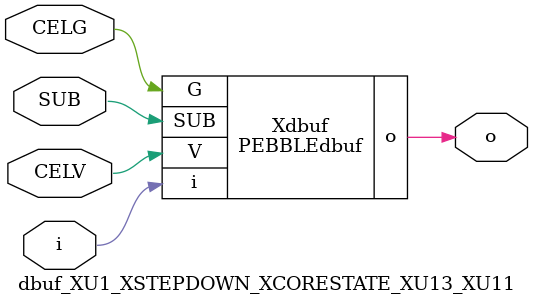
<source format=v>



module PEBBLEdbuf ( o, G, SUB, V, i );

  input V;
  input i;
  input G;
  output o;
  input SUB;
endmodule

//Celera Confidential Do Not Copy dbuf_XU1_XSTEPDOWN_XCORESTATE_XU13_XU11
//Celera Confidential Symbol Generator
//Digital Buffer
module dbuf_XU1_XSTEPDOWN_XCORESTATE_XU13_XU11 (CELV,CELG,i,o,SUB);
input CELV;
input CELG;
input i;
input SUB;
output o;

//Celera Confidential Do Not Copy dbuf
PEBBLEdbuf Xdbuf(
.V (CELV),
.i (i),
.o (o),
.SUB (SUB),
.G (CELG)
);
//,diesize,PEBBLEdbuf

//Celera Confidential Do Not Copy Module End
//Celera Schematic Generator
endmodule

</source>
